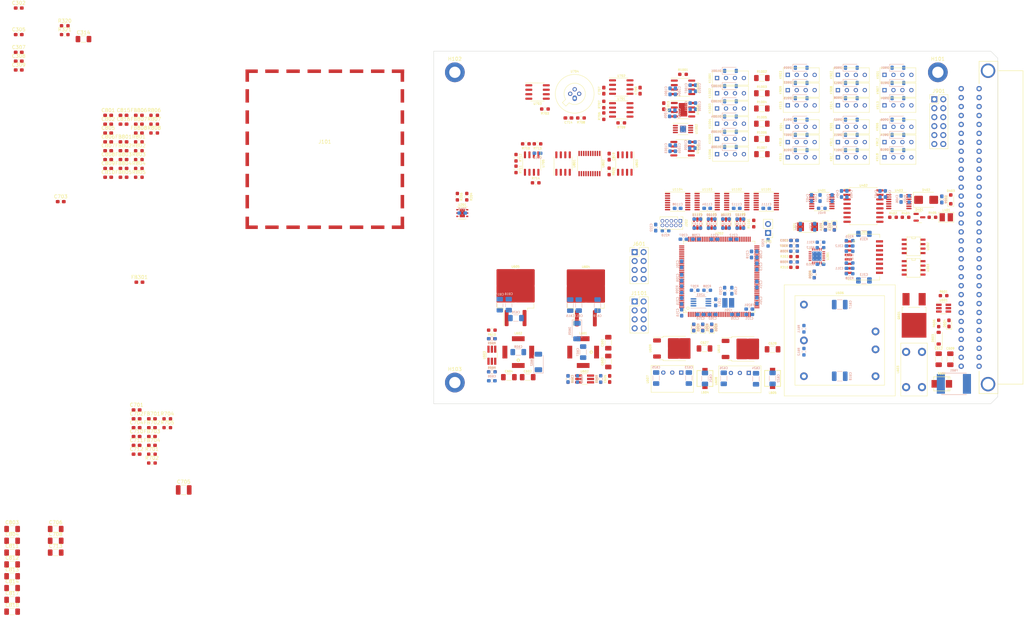
<source format=kicad_pcb>
(kicad_pcb (version 20221018) (generator pcbnew)
  (layers (0 "F.Cu" signal) (1 "In1.Cu" signal) (2 "In2.Cu" signal) (31 "B.Cu" signal) (34 "B.Paste" user) (35 "F.Paste" user) (36 "B.SilkS" user "B.Silkscreen") (37 "F.SilkS" user "F.Silkscreen") (38 "B.Mask" user) (39 "F.Mask" user) (44 "Edge.Cuts" user))
  (net 0 "")
  (net 1 "+3.3V")
  (net 2 "AGNDF")
  (net 3 "Net-(U202-PH0,EVENTOUT,OSC_IN)")
  (net 4 "Net-(U202-PH1,EVENTOUT,OSC_OUT)")
  (net 5 "Net-(U202-VCAP_1)")
  (net 6 "Net-(U202-VCAP_2)")
  (net 7 "/MCU/MCU_VDDA")
  (net 8 "/MCU/NRST")
  (net 9 "Net-(U301-XTAL1{slash}CLKIN)")
  (net 10 "Net-(U301-VDDCR)")
  (net 11 "Net-(U301-XTAL2)")
  (net 12 "VCCQ")
  (net 13 "Earth")
  (net 14 "Net-(C314-Pad1)")
  (net 15 "+5V")
  (net 16 "+5V_TRIG")
  (net 17 "GND_TRIG")
  (net 18 "/Connect/EXT_TRIG")
  (net 19 "Net-(C409-Pad2)")
  (net 20 "+24VF")
  (net 21 "Net-(U602-INTVCC)")
  (net 22 "Net-(U603-INTVCC)")
  (net 23 "Net-(D603-A)")
  (net 24 "Net-(U602-SW)")
  (net 25 "Net-(D602-A)")
  (net 26 "Net-(U603-SW)")
  (net 27 "Net-(D603-K)")
  (net 28 "Net-(U602-FBX)")
  (net 29 "Net-(U605-VI)")
  (net 30 "Net-(U603-FBX)")
  (net 31 "GNDPWR")
  (net 32 "Net-(U606-+VIN)")
  (net 33 "Net-(U606--VIN)")
  (net 34 "+15VF")
  (net 35 "-15VF")
  (net 36 "Net-(U607-VI)")
  (net 37 "Net-(U701C-V+)")
  (net 38 "Net-(U701C-V-)")
  (net 39 "Net-(U705C-V-)")
  (net 40 "Net-(U705C-V+)")
  (net 41 "Net-(U701A-+)")
  (net 42 "Net-(U701A--)")
  (net 43 "/Reference Voltage/REF_+10V")
  (net 44 "/DAC/DAC_-15V")
  (net 45 "/DAC/DAC_+15V")
  (net 46 "Net-(U802-VCC)")
  (net 47 "Net-(U802-IOVCC)")
  (net 48 "Net-(U801C-V+)")
  (net 49 "Net-(U801C-V-)")
  (net 50 "/DAC/OPAMP_-15V")
  (net 51 "/DAC/OPAMP_+15V")
  (net 52 "Net-(U802-INV)")
  (net 53 "/Current Source/VOUT")
  (net 54 "Net-(U1003A--)")
  (net 55 "Net-(U1004-+)")
  (net 56 "Net-(D201-K)")
  (net 57 "Net-(D202-K)")
  (net 58 "Net-(D203-K)")
  (net 59 "Net-(D301-K)")
  (net 60 "Net-(D301-A)")
  (net 61 "Net-(D302-K)")
  (net 62 "Net-(D302-A)")
  (net 63 "Net-(D401-A)")
  (net 64 "Net-(U403B-O)")
  (net 65 "+24V")
  (net 66 "Net-(D604-A)")
  (net 67 "Net-(D605-A)")
  (net 68 "/MCU/MCU_DEFAULT")
  (net 69 "/MCU/TMS_SWDIO")
  (net 70 "/MCU/TCK_SWCLK")
  (net 86 "/Connect/RX+")
  (net 87 "/Connect/RX-")
  (net 105 "/Connect/TX+")
  (net 106 "/Connect/TX-")
  (net 113 "/Relays/A_AOUT")
  (net 115 "/Relays/B_AOUT")
  (net 117 "/Relays/C_AOUT")
  (net 119 "/Relays/D_AOUT")
  (net 121 "/Relays/E_AOUT")
  (net 123 "/Relays/F_AOUT")
  (net 125 "/Ethernet/ETH_TXP")
  (net 126 "/Ethernet/ETH_TXN")
  (net 127 "/Ethernet/ETH_RXP")
  (net 128 "/Ethernet/ETH_RXN")
  (net 129 "Net-(L301-RX-)")
  (net 130 "Net-(L301-CRX)")
  (net 131 "Net-(L301-RX+)")
  (net 132 "Net-(L301-TX-)")
  (net 133 "Net-(L301-CTX)")
  (net 134 "Net-(L301-TX+)")
  (net 135 "Net-(L401-Pad2)")
  (net 136 "Net-(Q601-G)")
  (net 137 "/MCU/LED_BLUE")
  (net 138 "/MCU/LED_RED")
  (net 139 "/MCU/SENS_SCL")
  (net 140 "/MCU/LED_GREEN")
  (net 141 "/MCU/SENS_SDA")
  (net 142 "/MCU/EEPROM_SDA")
  (net 143 "/MCU/EEPROM_SCL")
  (net 144 "Net-(U202-BOOT0)")
  (net 145 "/Ethernet/MODE0")
  (net 146 "/Ethernet/RMII_RXD0")
  (net 147 "/Ethernet/MODE1")
  (net 148 "/Ethernet/RMII_RXD1")
  (net 149 "Net-(U301-RXER{slash}PHYAD0)")
  (net 150 "/Ethernet/MODE2")
  (net 151 "/Ethernet/RMII_CRS_DV")
  (net 152 "/Ethernet/REFCLK0")
  (net 153 "/Ethernet/REF_CLK")
  (net 154 "/GPIO/MODE_I2C_SCL")
  (net 155 "Net-(U301-RBIAS)")
  (net 156 "Net-(U401-OE)")
  (net 157 "/Trigger/EXT_TRIG_SIGN")
  (net 158 "Net-(U403A-D)")
  (net 159 "Net-(U601-ON{slash}~{OFF})")
  (net 160 "Net-(U602-EN{slash}UVLO)")
  (net 161 "Net-(U603-EN{slash}UVLO)")
  (net 162 "Net-(U606-TRIM)")
  (net 163 "Net-(R707-Pad2)")
  (net 164 "Net-(U802-RFB)")
  (net 165 "/GPIO/relay0")
  (net 166 "/GPIO/relay4")
  (net 167 "/GPIO/relay8")
  (net 168 "/GPIO/relay12")
  (net 169 "/GPIO/relay1")
  (net 170 "/GPIO/relay5")
  (net 171 "/GPIO/relay9")
  (net 172 "/GPIO/relay13")
  (net 173 "/GPIO/relay2")
  (net 174 "/GPIO/relay6")
  (net 175 "/GPIO/relay10")
  (net 176 "/GPIO/relay7")
  (net 177 "/GPIO/relay3")
  (net 178 "/GPIO/relay11")
  (net 179 "/GPIO/relay14")
  (net 180 "/GPIO/relay15")
  (net 181 "/GPIO/relay16")
  (net 182 "/GPIO/relay17")
  (net 183 "Net-(U1004--)")
  (net 184 "Net-(K1001-Pad1)")
  (net 185 "Net-(K1001-Pad4)")
  (net 186 "Net-(K1002-Pad4)")
  (net 187 "Net-(K1003-Pad4)")
  (net 188 "Net-(K1004-Pad4)")
  (net 189 "Net-(K1005-Pad4)")
  (net 190 "Net-(K1006-Pad4)")
  (net 191 "Net-(U1108-DIR)")
  (net 195 "/GPIO/MODE_I2C_SDA")
  (net 196 "/Ethernet/RMII_MDIO")
  (net 205 "/Ethernet/RMII_TXD1")
  (net 206 "/Ethernet/RMII_TXD0")
  (net 208 "/Ethernet/RMII_TXEN")
  (net 213 "Net-(D601-K)")
  (net 230 "/MCU/EEPROM_WP")
  (net 247 "/MCU/TRIG_EN")
  (net 248 "/MCU/TRIG_OUT")
  (net 249 "/MCU/TRIG_IN")
  (net 259 "/GPIO/RCLK")
  (net 264 "/Ethernet/RMII_MDC")
  (net 267 "/GPIO/SRCLK")
  (net 268 "/GPIO/QH")
  (net 269 "/GPIO/SER")
  (net 279 "Net-(U607-VO)")
  (net 292 "Net-(U401-B3)")
  (net 293 "Net-(U401-B2)")
  (net 294 "Net-(U401-B1)")
  (net 298 "/Trigger/TRIG_OUT_SIGN")
  (net 299 "/Trigger/TRIG_OUT_EN")
  (net 302 "Net-(U701B--)")
  (net 303 "/DAC/REF_-10V")
  (net 305 "Net-(U702-NR)")
  (net 307 "Net-(U705A-+)")
  (net 310 "Net-(U705A--)")
  (net 311 "Net-(U703-Vout)")
  (net 312 "Net-(U802-VREFNF)")
  (net 313 "Net-(U801A--)")
  (net 314 "Net-(U801B--)")
  (net 315 "Net-(U802-VREFPF)")
  (net 316 "Net-(U802-VOUT)")
  (net 317 "/DAC/SDO")
  (net 318 "/DAC/SDIN")
  (net 319 "/DAC/SCLK")
  (net 320 "/DAC/~{SYNC}")
  (net 324 "/Current Source/AOUT")
  (net 325 "Net-(U1001-Pad1)")
  (net 326 "/Current Source/CS_SEL_VSOUR")
  (net 327 "Net-(U1003A-+)")
  (net 328 "Net-(U1003B--)")
  (net 332 "/Current Source/CS_SEL_R1Meg")
  (net 333 "/Current Source/CS_SEL_R100k")
  (net 334 "/Current Source/CS_SEL_R10k")
  (net 335 "/Current Source/CS_SEL_R100")
  (net 336 "/Current Source/CS_SEL_R1k")
  (net 337 "/Current Source/CS_SEL_R10")
  (net 338 "Net-(U1101-QH')")
  (net 339 "Net-(U1101-SRCLK)")
  (net 340 "Net-(U1101-RCLK)")
  (net 341 "Net-(U1101-SER)")
  (net 349 "Net-(U1102-QH')")
  (net 350 "Net-(U1103-SER)")
  (net 351 "Net-(U1104-SER)")
  (net 352 "/GPIO/SPI5_NSS")
  (net 353 "/GPIO/SPI5_SCK")
  (net 354 "/GPIO/SPI5_MISO")
  (net 355 "/GPIO/SPI5_MOSI")
  (net 356 "Net-(U705B--)")
  (net 362 "Net-(D605-K)")
  (net 363 "Net-(U608-VI)")
  (net 364 "Net-(U608-VO)")
  (footprint "Resistor_SMD:R_0603_1608Metric_Pad0.98x0.95mm_HandSolder" (layer "F.Cu") (at -34.6505 35.299)
    (fp_text reference "R321")
    (fp_text value "75/1%")
  )
  (footprint "Package_SO:SOIC-8_3.9x4.9mm_P1.27mm" (layer "F.Cu") (at 140.589 67.661 180)
    (fp_text reference "U1001")
    (fp_text value "DG419DY")
  )
  (footprint "Resistor_SMD:R_1206_3216Metric_Pad1.30x1.75mm_HandSolder" (layer "F.Cu") (at 163.068 56.261)
    (fp_text reference "R1004")
    (fp_text value "TNPU120610K0AWEN00")
  )
  (footprint "Package_SO:TSSOP-16_4.4x5mm_P0.65mm" (layer "F.Cu") (at 139.192 82.677)
    (fp_text reference "U1104")
    (fp_text value "74HCT595PW")
  )
  (footprint "Capacitor_SMD:C_0603_1608Metric_Pad1.08x0.95mm_HandSolder" (layer "F.Cu") (at -22.3305 63.216)
    (fp_text reference "C805")
    (fp_text value "100n")
  )
  (footprint "Package_SO:SOIC-8_3.9x4.9mm_P1.27mm" (layer "F.Cu") (at 123.201 56.6655)
    (fp_text reference "U701")
    (fp_text value "AD8676BRZ")
  )
  (footprint "Resistor_SMD:R_0603_1608Metric_Pad0.98x0.95mm_HandSolder" (layer "F.Cu") (at 76.714 81.28 -90)
    (fp_text reference "R206")
    (fp_text value "4k7")
  )
  (footprint "Package_TO_SOT_SMD:SOT-23-6_Handsoldering" (layer "F.Cu") (at 214.63 112.903)
    (fp_text reference "U601")
    (fp_text value "MAX5902")
  )
  (footprint "Diode_SMD:D_SOD-323_HandSoldering" (layer "F.Cu") (at 216.662 82.042 90)
    (fp_text reference "D403")
    (fp_text value "SD36C-01FTG")
  )
  (footprint "Package_SO:SOIC-8-1EP_3.9x4.9mm_P1.27mm_EP2.41x3.81mm" (layer "F.Cu") (at 140.716 56.612)
    (fp_text reference "U1003")
    (fp_text value "ADA4898-2")
  )
  (footprint "Capacitor_SMD:C_1206_3216Metric_Pad1.33x1.80mm_HandSolder" (layer "F.Cu") (at 146.812 124.333)
    (fp_text reference "C627")
    (fp_text value "47u/16V")
  )
  (footprint "ETH1CREF1A:9012" (layer "F.Cu") (at 154.178 60.579)
    (fp_text reference "K1004")
    (fp_text value "9012")
  )
  (footprint "Resistor_SMD:R_0603_1608Metric_Pad0.98x0.95mm_HandSolder" (layer "F.Cu") (at 101.549 56.4115 180)
    (fp_text reference "R703")
    (fp_text value "0")
  )
  (footprint "ETH1CREF1A:9012" (layer "F.Cu") (at 174.244 51.054)
    (fp_text reference "K909")
    (fp_text value "9012")
  )
  (footprint "Inductor_SMD:L_0603_1608Metric_Pad1.05x0.95mm_HandSolder" (layer "F.Cu") (at -13.6305 58.196)
    (fp_text reference "FB806")
    (fp_text value "600")
  )
  (footprint "Package_TO_SOT_SMD:TO-252-2" (layer "F.Cu") (at 138.381 124.333)
    (fp_text reference "U609")
    (fp_text value "LM1117DTX-5/NOPB")
  )
  (footprint "Package_SO:SOIC-8_3.9x4.9mm_P1.27mm" (layer "F.Cu") (at 97.79 71.882 -90)
    (fp_text reference "U705")
    (fp_text value "AD8676BRZ")
  )
  (footprint "ETH1CREF1A:TQFP-144_20x20mm_P0.5mm" (layer "F.Cu") (at 151.003 104.013 90)
    (fp_text reference "U202")
    (fp_text value "STM32F429ZIT")
  )
  (footprint "Package_SO:SOIC-8_3.9x4.9mm_P1.27mm" (layer "F.Cu") (at 124.206 71.882 -90)
    (fp_text reference "U803")
    (fp_text value "AD8675ARZ")
  )
  (footprint "Resistor_SMD:R_0603_1608Metric_Pad0.98x0.95mm_HandSolder" (layer "F.Cu") (at 111.771 58.9515 180)
    (fp_text reference "R708")
    (fp_text value "7k5")
  )
  (footprint "ETH1CREF1A:DO_214AA_REV" (layer "F.Cu") (at 214.122 134.366)
    (fp_text reference "D601")
    (fp_text value "SM6T30AY")
  )
  (footprint "Capacitor_SMD:C_1206_3216Metric_Pad1.33x1.80mm_HandSolder" (layer "F.Cu") (at 96.657 132.471)
    (fp_text reference "C602")
    (fp_text value "10u/50V")
  )
  (footprint "Inductor_SMD:L_0603_1608Metric_Pad1.05x0.95mm_HandSolder" (layer "F.Cu") (at -13.6305 63.216)
    (fp_text reference "FB808")
    (fp_text value "600")
  )
  (footprint "Diode_SMD:D_SOD-123" (layer "F.Cu") (at 213.233 121.412 90)
    (fp_text reference "D603")
    (fp_text value "MMSZ5249B")
  )
  (footprint "ETH1CREF1A:NX5032GA" (layer "F.Cu") (at 176.022 89.8155 180)
    (fp_text reference "Y301")
    (fp_text value "NX5032GA-25.000000MHZ-LN-CD-1")
  )
  (footprint "ETH1CREF1A:9012" (layer "F.Cu") (at 154.178 64.897)
    (fp_text reference "K1005")
    (fp_text value "9012")
  )
  (footprint "Package_TO_SOT_SMD:SOT-23-6" (layer "F.Cu") (at 152.908 88.9 -90)
    (fp_text reference "U1107")
    (fp_text value "SN74LVC1T45DRLR")
  )
  (footprint "ETH1CREF1A:SO8E" (layer "F.Cu") (at 206.121 95.377 -90)
    (fp_text reference "U302")
    (fp_text value "LC03-3.3")
  )
  (footprint "Resistor_SMD:R_0603_1608Metric_Pad0.98x0.95mm_HandSolder" (layer "F.Cu") (at -9.2805 63.216)
    (fp_text reference "R808")
    (fp_text value "10")
  )
  (footprint "ETH1CREF1A:9012" (layer "F.Cu") (at 174.244 65.786)
    (fp_text reference "K910")
    (fp_text value "9012")
  )
  (footprint "Capacitor_SMD:C_1206_3216Metric_Pad1.33x1.80mm_HandSolder" (layer "F.Cu") (at -49.581 195.63)
    (fp_text reference "C817")
    (fp_text value "10u/35V")
  )
  (footprint "Resistor_SMD:R_0603_1608Metric_Pad0.98x0.95mm_HandSolder" (layer "F.Cu") (at -5.5705 146.786)
    (fp_text reference "R705")
    (fp_text value "10")
  )
  (footprint "ETH1CREF1A:9012" (layer "F.Cu") (at 174.244 70.104)
    (fp_text reference "K916")
    (fp_text value "9012")
  )
  (footprint "ETH1CREF1A:36107406S" (layer "F.Cu") (at 39.116 67.691)
    (fp_text reference "J101")
    (fp_text value "36107406S")
  )
  (footprint "Capacitor_SMD:C_0603_1608Metric_Pad1.08x0.95mm_HandSolder" (layer "F.Cu") (at -22.3305 68.236)
    (fp_text reference "C807")
    (fp_text value "100n")
  )
  (footprint "Package_TO_SOT_SMD:SOT-23" (layer "F.Cu") (at 207.772 87.122)
    (fp_text reference "D401")
    (fp_text value "BAV99")
  )
  (footprint "Resistor_SMD:R_0603_1608Metric_Pad0.98x0.95mm_HandSolder" (layer "F.Cu") (at 118.248 58.4435 90)
    (fp_text reference "R706")
    (fp_text value "5k/.1%")
  )
  (footprint "Capacitor_SMD:C_1206_3216Metric_Pad1.33x1.80mm_HandSolder" (layer "F.Cu") (at -49.581 198.98)
    (fp_text reference "C818")
    (fp_text value "10u/35V")
  )
  (footprint "Resistor_SMD:R_0603_1608Metric_Pad0.98x0.95mm_HandSolder" (layer "F.Cu") (at 98.933 77.343)
    (fp_text reference "R714")
    (fp_text value "10k/.1%")
  )
  (footprint "Package_TO_SOT_SMD:SOT-23-6" (layer "F.Cu") (at 156.972 88.9055 -90)
    (fp_text reference "U1108")
    (fp_text value "SN74LVC1T45DRLR")
  )
  (footprint "LED_SMD:LED_0603_1608Metric_Pad1.05x0.95mm_HandSolder" (layer "F.Cu") (at 181.102 89.8155 -90)
    (fp_text reference "D302")
    (fp_text value "GREEN")
  )
  (footprint "Capacitor_SMD:C_0603_1608Metric_Pad1.08x0.95mm_HandSolder" (layer "F.Cu") (at -17.9805 60.706)
    (fp_text reference "C816")
    (fp_text value "100n")
  )
  (footprint "Capacitor_SMD:C_1210_3225Metric_Pad1.33x2.70mm_HandSolder" (layer "F.Cu") (at -0.9105 164.456)
    (fp_text reference "C705")
    (fp_text value "10u/35V")
  )
  (footprint "Inductor_SMD:L_0603_1608Metric_Pad1.05x0.95mm_HandSolder" (layer "F.Cu") (at -17.9805 75.766)
    (fp_text reference "FB805")
    (fp_text value "600")
  )
  (footprint "LED_SMD:LED_0603_1608Metric_Pad1.05x0.95mm_HandSolder" (layer "F.Cu") (at 148.844 118.364 90)
    (fp_text reference "D203")
    (fp_text value "GREEN")
  )
  (footprint "Package_TO_SOT_SMD:TSOT-23-6_HandSoldering" (layer "F.Cu") (at 86.497 126.248 -90)
    (fp_text reference "U603")
    (fp_text value "LT8330_S6")
  )
  (footprint "Resistor_SMD:R_0603_1608Metric_Pad0.98x0.95mm_HandSolder" (layer "F.Cu") (at 117.368 132.979 -90)
    (fp_text reference "R602")
    (fp_text value "1M")
  )
  (footprint "ETH1CREF1A:9012" (layer "F.Cu") (at 154.178 51.943)
    (fp_text reference "K1002")
    (fp_text value "9012")
  )
  (footprint "Package_SO:TSSOP-14_4.4x5mm_P0.65mm" (layer "F.Cu") (at 180.086 82.677)
    (fp_text reference "U401")
    (fp_text value "TXB0104PW")
  )
  (footprint "Capacitor_SMD:C_0603_1608Metric_Pad1.08x0.95mm_HandSolder" (layer "F.Cu") (at -22.3305 58.196)
    (fp_text reference "C801")
    (fp_text value "100n")
  )
  (footprint "ETH1CREF1A:THL15" (layer "F.Cu") (at 185.166 122.047 -90)
    (fp_text reference "U606")
    (fp_text value "THL15-2415WI")
  )
  (footprint "Resistor_SMD:R_0603_1608Metric_Pad0.98x0.95mm_HandSolder" (layer "F.Cu") (at -13.6305 65.726)
    (fp_text reference "R801")
    (fp_text value "10")
  )
  (footprint "Capacitor_SMD:C_0603_1608Metric_Pad1.08x0.95mm_HandSolder" (layer "F.Cu") (at 119.772 69.9185 -90)
    (fp_text reference "C819")
    (fp_text value "10p")
  )
  (footprint "Resistor_SMD:R_0603_1608Metric_Pad0.98x0.95mm_HandSolder" (layer "F.Cu") (at 172.212 96.74 180)
    (fp_text reference "R301")
    (fp_text value "33")
  )
  (footprint "Resistor_SMD:R_0603_1608Metric_Pad0.98x0.95mm_HandSolder" (layer "F.Cu") (at 177.927 103.344 -90)
    (fp_text reference "R305")
    (fp_text value "33")
  )
  (footprint "ETH1CREF1A:TCK-141" (layer "F.Cu") (at 166.116 132.82 90)
    (fp_text reference "L605")
    (fp_text value "TCK-141")
  )
  (footprint "Inductor_SMD:L_0603_1608Metric_Pad1.05x0.95mm_HandSolder" (layer "F.Cu") (at -9.9205 149.296)
    (fp_text reference "FB703")
    (fp_text value "600")
  )
  (footprint "LED_SMD:LED_0603_1608Metric_Pad1.05x0.95mm_HandSolder" (layer "F.Cu") (at 146.304 118.364 90)
    (fp_text reference "D201")
    (fp_text value "BLUE")
  )
  (footprint "ETH1CREF1A:9012" (layer "F.Cu") (at 201.676 61.468)
    (fp_text reference "K906")
    (fp_text value "9012")
  )
  (footprint "ETH1CREF1A:LMx99" (layer "F.Cu") (at 109.993 52.0935 90)
    (fp_text reference "U704")
    (fp_text value "LM399H")
  )
  (footprint "Inductor_SMD:L_0603_1608Metric_Pad1.05x0.95mm_HandSolder" (layer "F.Cu") (at -13.471 105.537)
    (fp_text reference "FB301")
    (fp_text value "600")
  )
  (footprint "Resistor_SMD:R_0603_1608Metric_Pad0.98x0.95mm_HandSolder" (layer "F.Cu") (at 93.345 73.533 -90)
    (fp_text reference "R711")
    (fp_text value "10k/.1%")
  )
  (footprint "ETH1CREF1A:TCK-141" (layer "F.Cu") (at 146.939 132.842 90)
    (fp_text reference "L604")
    (fp_text value "TCK-141")
  )
  (footprint "ETH1CREF1A:74489440068" (layer "F.Cu") (at 93.99 125.359 180)
    (fp_text reference "L602")
    (fp_text value "74489440068")
  )
  (footprint "Capacitor_SMD:C_0603_1608Metric_Pad1.08x0.95mm_HandSolder" (layer "F.Cu") (at -17.9805 58.196)
    (fp_text reference "C815")
    (fp_text value "100n")
  )
  (footprint "Package_TO_SOT_SMD:TO-263-2" (layer "F.Cu") (at 113.167 108.117 90)
    (fp_text reference "U604")
    (fp_text value "MC7815CD2TG")
  )
  (footprint "Resistor_SMD:R_1206_3216Metric_Pad1.30x1.75mm_HandSolder" (layer "F.Cu") (at 163.094 69.215)
    (fp_text reference "R1007")
    (fp_text value "RNCF1206AKT10R0")
  )
  (footprint "Connector_PinHeader_1.27mm:PinHeader_2x05_P1.27mm_Vertical" (layer "F.Cu") (at 139.954 88.138 -90)
    (fp_text reference "J202")
    (fp_text value "20021111-00010T4LF")
  )
  (footprint "Resistor_SMD:R_0603_1608Metric_Pad0.98x0.95mm_HandSolder" (layer "F.Cu") (at -13.6305 70.746)
    (fp_text reference "R803")
    (fp_text value "10")
  )
  (footprint "Resistor_SMD:R_0603_1608Metric_Pad0.98x0.95mm_HandSolder" (layer "F.Cu") (at 119.761 74.1095 90)
    (fp_text reference "R809")
    (fp_text value "0")
  )
  (footprint "Resistor_SMD:R_1206_3216Metric_Pad1.30x1.75mm_HandSolder" (layer "F.Cu") (at 163.068 60.579)
    (fp_text reference "R1005")
    (fp_text value "TNPU12061K00AWEN00")
  )
  (footprint "Capacitor_SMD:C_0603_1608Metric_Pad1.08x0.95mm_HandSolder" (layer "F.Cu") (at -14.2705 151.806)
    (fp_text reference "C711")
    (fp_text value "100n")
  )
  (footprint "Capacitor_SMD:C_1206_3216Metric_Pad1.33x1.80mm_HandSolder" (layer "F.Cu") (at -37.221 182.23)
    (fp_text reference "C713")
    (fp_text value "10u/35V")
  )
  (footprint "Package_DFN_QFN:QFN-24-1EP_4x4mm_P0.5mm_EP2.6x2.6mm_ThermalVias" (layer "F.Cu") (at 178.689 98.137 -90)
    (fp_text reference "U301")
    (fp_text value "LAN8742A")
  )
  (footprint "Resistor_SMD:R_0603_1608Metric_Pad0.98x0.95mm_HandSolder" (layer "F.Cu") (at 214.63 109.347)
    (fp_text reference "R601")
    (fp_text value "100k")
  )
  (footprint "ETH1CREF1A:9012" (layer "F.Cu") (at 154.178 69.215)
    (fp_text reference "K1006")
    (fp_text value "9012")
  )
  (footprint "ETH1CREF1A:9012" (layer "F.Cu") (at 174.244 55.372)
    (fp_text reference "K915")
    (fp_text value "9012")
  )
  (footprint "Resistor_SMD:R_1206_3216Metric_Pad1.30x1.75mm_HandSolder" (layer "F.Cu") (at 163.068 51.943)
    (fp_text reference "R1003")
    (fp_text value "TNPU1206100KBZEN00")
  )
  (footprint "Capacitor_SMD:C_0603_1608Metric_Pad1.08x0.95mm_HandSolder" (layer "F.Cu") (at -47.7005 42.829)
    (fp_text reference "C308")
    (fp_text value "100n")
  )
  (footprint "Resistor_SMD:R_0603_1608Metric_Pad0.98x0.95mm_HandSolder" (layer "F.Cu") (at 213.233 117.221 90)
    (fp_text reference "R606")
    (fp_text value "330")
  )
  (footprint "Package_SO:SOIC-16W_7.5x10.3mm_P1.27mm" (layer "F.Cu") (at 191.897 83.947)
    (fp_text reference "U402")
    (fp_text value "ADuM5402")
  )
  (footprint "Capacitor_SMD:C_1206_3216Metric_Pad1.33x1.80mm_HandSolder" (layer "F.Cu") (at -29.337 36.576)
    (fp_text reference "C314")
    (fp_text value "1n/1kV")
  )
  (footprint "ETH1CREF1A:9012" (layer "F.Cu") (at 188.468 70.104)
    (fp_text reference "K917")
    (fp_text value "9012")
  )
  (footprint "Diode_SMD:D_SMB" (layer "F.Cu") (at 209.677 82.169)
    (fp_text reference "D402")
    (fp_text value "SMBJ5.0A")
  )
  (footprint "Package_SO:TSSOP-14_4.4x5mm_P0.65mm" (layer "F.Cu") (at 201.93 82.677)
    (fp_text reference "U403")
    (fp_text value "74AC125")
  )
  (footprint "Capacitor_SMD:C_1206_3216Metric_Pad1.33x1.80mm_HandSolder" (layer "F.Cu") (at -49.581 178.88)
    (fp_text reference "C804")
    (fp_text value "10u/35V")
  )
  (footprint "Inductor_SMD:L_0603_1608Metric_Pad1.05x0.95mm_HandSolder" (layer "F.Cu") (at -17.9805 70.746)
    (fp_text reference "FB803")
    (fp_text value "600")
  )
  (footprint "ETH1CREF1A:Socket_DIN41612-CaseC1-AC-Male-64Pin-2rows" (layer "F.Cu") (at 222.158 90 90)
    (fp_text reference "J501" hide)
    (fp_text value "C64AC")
  )
  (footprint "Capacitor_SMD:C_0603_1608Metric_Pad1.08x0.95mm_HandSolder" (layer "F.Cu") (at -22.3305 65.726)
    (fp_text reference "C806")
    (fp_text value "100n")
  )
  (footprint "Capacitor_SMD:C_0603_1608Metric_Pad1.08x0.95mm_HandSolder" (layer "F.Cu") (at 128.535 51.2045 -90)
    (fp_text reference "C709")
    (fp_text value "2u2")
  )
  (footprint "Resistor_SMD:R_0603_1608Metric_Pad0.98x0.95mm_HandSolder" (layer "F.Cu") (at 172.212 99.788 180)
    (fp_text reference "R304")
    (fp_text value "33")
  )
  (footprint "Inductor_SMD:L_0603_1608Metric_Pad1.05x0.95mm_HandSolder" (layer "F.Cu") (at -9.9205 146.786)
    (fp_text reference "FB702")
    (fp_text value "600")
  )
  (footprint "Resistor_SMD:R_0603_1608Metric_Pad0.98x0.95mm_HandSolder" (layer "F.Cu") (at 93.345 70.231 -90)
    (fp_text reference "R712")
    (fp_text value "1k96/.1%")
  )
  (footprint "Resistor_SMD:R_1206_3216Metric_Pad1.30x1.75mm_HandSolder" (layer "F.Cu") (at 163.068 47.625)
    (fp_text reference "R1002")
    (fp_text value "TNPV12061M00BYEN")
  )
  (footprint "Package_TO_SOT_SMD:SOT-23-6" (layer "F.Cu") (at 148.844 88.9055 -90)
    (fp_text reference "U1106")
    (fp_text value "SN74LVC1T45DRLR")
  )
  (footprint "Capacitor_SMD:C_1206_3216Metric_Pad1.33x1.80mm_HandSolder" (layer "F.Cu") (at 216.535 127.381 -90)
    (fp_text reference "C609")
    (fp_text value "2u2/50V")
  )
  (footprint "MountingHole:MountingHole_3.2mm_M3_DIN965_Pad_TopBottom" (layer "F.Cu") (at 76 134)
    (fp_text reference "H103")
    (fp_text value "MountingHole")
  )
  (footprint "Capacitor_SMD:C_0603_1608Metric_Pad1.08x0.95mm_HandSolder" (layer "F.Cu") (at 119.908 132.979 90)
    (fp_text reference "C605")
    (fp_text value "1u")
  )
  (footprint "Capacitor_SMD:C_1206_3216Metric_Pad1.33x1.80mm_HandSolder" (layer "F.Cu") (at -49.581 182.23)
    (fp_text reference "C811")
    (fp_text value "10u/15V")
  )
  (footprint "ETH1CREF1A:TSR1" (layer "F.Cu") (at 156.845 131.274 180)
    (fp_text reference "U608")
    (fp_text value "TSR1-2450")
  )
  (footprint "Package_SO:TSSOP-16_4.4x5mm_P0.65mm" (layer "F.Cu") (at 155.956 82.677)
    (fp_text reference "U1102")
    (fp_text value "74HCT595PW")
  )
  (footprint "Resistor_SMD:R_0603_1608Metric_Pad0.98x0.95mm_HandSolder" (layer "F.Cu") (at 99.441 66.294)
    (fp_text reference "R713")
    (fp_text value "3k01/.1%")
  )
  (footprint "Capacitor_SMD:C_0603_1608Metric_Pad1.08x0.95mm_HandSolder" (layer "F.Cu") (at -22.3305 60.706)
    (fp_text reference "C802")
    (fp_text value "100n")
  )
  (footprint "Package_SON:Texas_PWSON-N6" (layer "F.Cu") (at 78.108 85.918)
    (fp_text reference "U201")
    (fp_text value "HDC1080")
  )
  (footprint "Inductor_SMD:L_0603_1608Metric_Pad1.05x0.95mm_HandSolder" (layer "F.Cu") (at -17.9805 68.236)
    (fp_text reference "FB802")
    (fp_text value "600")
  )
  (footprint "Resistor_SMD:R_0603_1608Metric_Pad0.98x0.95mm_HandSolder" (layer "F.Cu") (at 96.139 66.294)
    (fp_text reference "R710")
    (fp_text value "6k98/.1%")
  )
  (footprint "Capacitor_SMD:C_0603_1608Metric_Pad1.08x0.95mm_HandSolder" (layer "F.Cu") (at 135.255 55.596 90)
    (fp_text reference "C1013")
    (fp_text value "200p")
  )
  (footprint "Resistor_SMD:R_0603_1608Metric_Pad0.98x0.95mm_HandSolder" (layer "F.Cu") (at -13.6305 68.236)
    (fp_text reference "R802")
    (fp_text value "10")
  )
  (footprint "ETH1CREF1A:749010012A" (layer "F.Cu") (at 192.024 98.425)
    (fp_text reference "L301")
    (fp_text value "749010012A")
  )
  (footprint "Capacitor_SMD:C_1206_3216Metric_Pad1.33x1.80mm_HandSolder" (layer "F.Cu") (at 166.116 124.565)
    (fp_text reference "C628")
    (fp_text value "47u/16V")
  )
  (footprint "Resistor_SMD:R_1206_3216Metric_Pad1.30x1.75mm_HandSolder" (layer "F.Cu") (at 163.068 64.897)
    (fp_text reference "R1006")
    (fp_text value "TNPU1206100RAZEN00")
  )
  (footprint "Package_SO:SOIC-8_3.9x4.9mm_P1.27mm" (layer "F.Cu") (at 106.691 71.882 90)
    (fp_text reference "U801")
    (fp_text value "AD8676BRZ")
  )
  (footprint "Resistor_SMD:R_0603_1608Metric_Pad0.98x0.95mm_HandSolder" (layer "F.Cu") (at 108.097 132.979 -90)
    (fp_text reference "R607")
    (fp_text value "1M")
  )
  (footprint "Capacitor_SMD:C_0603_1608Metric_Pad1.08x0.95mm_HandSolder" (layer "F.Cu") (at -14.2705 146.786)
    (fp_text reference "C704")
    (fp_text value "100n")
  )
  (footprint "ETH1CREF1A:9012" (layer "F.Cu") (at 188.468 51.054)
    (fp_text reference "K908")
    (fp_text value "9012")
  )
  (footprint "Resistor_SMD:R_0603_1608Metric_Pad0.98x0.95mm_HandSolder" (layer "F.Cu") (at -9.9205 154.316)
    (fp_text reference "R701")
    (fp_text value "10")
  )
  (footprint "ETH1CREF1A:SO8E" (layer "F.Cu") (at 206.121 101.473 -90)
    (fp_text reference "U303")
    (fp_text value "LC03-3.3")
  )
  (footprint "Resistor_SMD:R_0603_1608Metric_Pad0.98x0.95mm_HandSolder" (layer "F.Cu") (at 86.497 119.136)
    (fp_text reference "R610")
    (fp_text value "46k4")
  )
  (footprint "LED_SMD:LED_0603_1608Metric_Pad1.05x0.95mm_HandSolder" (layer "F.Cu") (at 216.154 117.221 90)
    (fp_text reference "D604")
    (fp_text value "RED")
  )
  (footprint "Package_SO:MSOP-8-1EP_3x3mm_P0.65mm_EP1.73x1.85mm_ThermalVias" (layer "F.Cu") (at 140.716 62.088)
    (fp_text reference "U1002")
    (fp_text value "LT5400-3")
  )
  (footprint "Capacitor_SMD:C_0603_1608Metric_Pad1.08x0.95mm_HandSolder" (layer "F.Cu") (at 118.248 51.2045 -90)
    (fp_text reference "C707")
    (fp_text value "2u2")
  )
  (footprint "ETH1CREF1A:TSR1" (layer "F.Cu") (at 137.668 131.169 180)
    (fp_text reference "U607")
    (fp_text value "TSR1-2490")
  )
  (footprint "Inductor_SMD:L_0603_1608Metric_Pad1.05x0.95mm_HandSolder" (layer "F.Cu") (at -13.6305 60.706)
    (fp_text reference "FB807")
    (fp_text value "600")
  )
  (footprint "Resistor_SMD:R_0603_1608Metric_Pad0.98x0.95mm_HandSolder" (layer "F.Cu") (at 211.455 87.122)
    (fp_text reference "R405")
    (fp_text value "47")
  )
  (footprint "Package_SO:SOIC-8_3.9x4.9mm_P1.27mm" (layer "F.Cu") (at 99.452 51.5855)
    (fp_text reference "U703")
    (fp_text value "LT1021DCS8-7#PBF")
  )
  (footprint "MountingHole:MountingHole_3.2mm_M3_DIN965_Pad_TopBottom" (layer "F.Cu") (at 213 46)
    (fp_text reference "H101")
    (fp_text value "MountingHole")
  )
  (footprint "Capacitor_SMD:C_1206_3216Metric_Pad1.33x1.80mm_HandSolder" (layer "F.Cu") (at 119.517 128.026 -90)
    (fp_text reference "C603")
    (fp_text value "4u7/50V")
  )
  (footprint "Resistor_SMD:R_0603_1608Metric_Pad0.98x0.95mm_HandSolder" (layer "F.Cu") (at 203.835 87.122)
    (fp_text reference "R403")
    (fp_text value "100")
  )
  (footprint "ETH1CREF1A:9012" (layer "F.Cu") (at 174.244 61.468)
    (fp_text reference "K904")
    (fp_text value "9012")
  )
  (footprint "Package_SO:SOIC-8_3.9x4.9mm_P1.27mm" (layer "F.Cu") (at 123.201 50.1885)
    (fp_text reference "U702")
    (fp_text value "MAX6350ESA+")
  )
  (footprint "Resistor_SMD:R_0603_1608Metric_Pad0.98x0.95mm_HandSolder" (layer "F.Cu") (at 140.716 46.579)
    (fp_text reference "R1001")
    (fp_text value "2k")
  )
  (footprint "Capacitor_SMD:C_0603_1608Metric_Pad1.08x0.95mm_HandSolder" (layer "F.Cu") (at -22.3305 73.256)
    (fp_text reference "C809")
    (fp_text value "100n")
  )
  (footprint "Resistor_SMD:R_0603_1608Metric_Pad0.98x0.95mm_HandSolder" (layer "F.Cu") (at -13.6305 73.256)
    (fp_text reference "R804")
    (fp_text value "10")
  )
  (footprint "MountingHole:MountingHole_3.2mm_M3_DIN965_Pad_TopBottom" (layer "F.Cu") (at 76 46)
    (fp_text reference "H102")
    (fp_text value "MountingHole")
  )
  (footprint "ETH1CREF1A:9012" (layer "F.Cu") (at 188.468 46.736)
    (fp_text reference "K902")
    (fp_text value "9012")
  )
  (footprint "Resistor_SMD:R_0603_1608Metric_Pad0.98x0.95mm_HandSolder" (layer "F.Cu") (at -9.2805 60.706)
    (fp_text reference "R807")
    (fp_text value "10")
  )
  (footprint "Resistor_SMD:R_0603_1608Metric_Pad0.98x0.95mm_HandSolder" (layer "F.Cu") (at 86.497 130.947 180)
    (fp_text reference "R604")
    (fp_text value "1M")
  )
  (footprint "Capacitor_SMD:C_0603_1608Metric_Pad1.08x0.95mm_HandSolder" (layer "F.Cu") (at 108.215 58.9515 180)
    (fp_text reference "C714")
    (fp_text value "100n")
  )
  (footprint "ETH1CREF1A:9012" (layer "F.Cu") (at 154.178 47.625)
    (fp_text reference "K1001")
    (fp_text value "9012")
  )
  (footprint "ETH1CREF1A:9012" (layer "F.Cu") (at 201.676 70.104)
    (fp_text reference "K918")
    (fp_text value "9012")
  )
  (footprint "Capacitor_SMD:C_0603_1608Metric_Pad1.08x0.95mm_HandSolder" (layer "F.Cu") (at -47.7005 35.299)
    (fp_text reference "C305")
    (fp_text value "100n")
  )
  (footprint "Resistor_SMD:R_0603_1608Metric_Pad0.98x0.95mm_HandSolder" (layer "F.Cu") (at 200.279 87.122)
    (fp_text reference "R402")
    (fp_text value "14k7")
  )
  (footprint "Capacitor_SMD:C_0603_1608Metric_Pad1.08x0.95mm_HandSolder" (layer "F.Cu") (at -47.7005 40.319)
    (fp_text reference "C307")
    (fp_text value "1u")
  )
  (footprint "Connector_PinHeader_2.54mm:PinHeader_2x06_P2.54mm_Vertical" (layer "F.Cu") (at 212 53.65)
    (fp_text reference "J901")
    (fp_text value "Conn_02x06_Odd_Even")
  )
  (footprint "Capacitor_SMD:C_0603_1608Metric_Pad1.08x0.95mm_HandSolder" (layer "F.Cu") (at -14.2705 144.276)
    (fp_text reference "C702")
    (fp_text value "100n")
  )
  (footprint "Package_SO:TSSOP-20_4.4x6.5mm_P0.65mm" (layer "F.Cu") (at 114.173 71.882 -90)
    (fp_text reference "U802")
    (fp_text value "AD5791ARUZ")
  )
  (footprint "Package_TO_SOT_SMD:TO-252-2" (layer "F.Cu") (at 157.821 124.466)
    (fp_text reference "U610")
    (fp_text value "LM1117DTX-3.3/NOPB")
  )
  (footprint "Resistor_SMD:R_0603_1608Metric_Pad0.98x0.95mm_HandSolder" (layer "F.Cu") (at 214.122 82.042 -90)
    (fp_text reference "R406")
    (fp_text value "51R1")
  )
  (footprint "Inductor_SMD:L_0603_1608Metric_Pad1.05x0.95mm_HandSolder" (layer "F.Cu") (at -17.9805 65.726)
    (fp_text reference "FB801")
    (fp_text value "600")
  )
  (footprint "Capacitor_SMD:C_1206_3216Metric_Pad1.33x1.80mm_HandSolder" (layer "F.Cu") (at -49.581 188.93)
    (fp_text reference "C813")
    (fp_text value "10u/35V")
  )
  (footprint "Connector_PinHeader_2.54mm:PinHeader_1x02_P2.54mm_Vertical" (layer "F.Cu") (at 164.846 91.572 180)
    (fp_text reference "J201")
    (fp_text value "Conn_02x01")
  )
  (footprint "Resistor_SMD:R_0603_1608Metric_Pad0.98x0.95mm_HandSolder" (layer "F.Cu") (at 123.201 60.3485 180)
    (fp_text reference "R709")
    (fp_text value "0")
  )
  (footprint "ETH1CREF1A:9012" (layer "F.Cu") (at 201.676 65.786)
    (fp_text reference "K912")
    (fp_text value "9012")
  )
  (footprint "ETH1CREF1A:9012" (layer "F.Cu") (at 201.676 51.054)
    (fp_text reference "K907")
    (fp_text value "9012")
  )
  (footprint "Connector_PinHeader_2.54mm:PinHeader_2x04_P2.54mm_Vertical" (layer "F.Cu") (at 127 97)
    (fp_text reference "J601")
    (fp_text value "Conn_02x04_Odd_Even")
  )
  (footprint "Capacitor_SMD:C_1206_3216Metric_Pad1.33x1.80mm_HandSolder" (layer "F.Cu") (at 91.323 132.471 180)
    (fp_text reference "C604")
    (fp_text value "4u7/50V")
  )
  (footprint "Capacitor_SMD:C_1206_3216Metric_Pad1.33x1.80mm_HandSolder" (layer "F.Cu") (at -37.221 175.53)
    (fp_text reference "C706")
    (fp_text value "10u/35V")
  )
  (footprint "Package_TO_SOT_SMD:TO-263-2" (layer "F.Cu") (at 93.228 108.057 90)
    (fp_text reference "U605")
    (fp_text value "MC7915CD2TR4G")
  )
  (footprint "Resistor_SMD:R_0603_1608Metric_Pad0.98x0.95mm_HandSolder" (layer "F.Cu") (at 172.212 98.264 180)
    (fp_text reference "R303")
    (fp_text value "10k")
  )
  (footprint "Resistor_SMD:R_0603_1608Metric_Pad0.98x0.95mm_HandSolder" (layer "F.Cu") (at -34.6505 32.789)
    (fp_text reference "R320")
    (fp_text value "75/1%")
  )
  (footprint "Capacitor_SMD:C_0603_1608Metric_Pad1.08x0.95mm_HandSolder" (layer "F.Cu") (at -47.7005 27.769)
    (fp_text reference "C302")
    (fp_text value "100n")
  )
  (footprint "ETH1CREF1A:TO-252-2_Rectifier" (layer "F.Cu") (at 206.248 114.935 -90)
    (fp_text reference "Q601")
    (fp_text value "IRFR5410")
  )
  (footprint "Capacitor_SMD:C_0603_1608Metric_Pad1.08x0.95mm_HandSolder" (layer "F.Cu") (at -35.7875 82.677)
    (fp_text reference "C703")
    (fp_text value "2u2")
  )
  (footprint "Resistor_SMD:R_0603_1608Metric_Pad0.98x0.95mm_HandSolder" (layer "F.Cu") (at 79.381 81.28 90)
    (fp_text reference "R204")
    (fp_text value "4k7")
  )
  (footprint "ETH1CREF1A:74489440068" (layer "F.Cu") (at 112.395 125.359 -90)
    (fp_text reference "L601")
    (fp_text value "74489440068")
  )
  (footprint "ETH1CREF1A:9012" (layer "F.Cu") (at 174.244 46.736)
    (fp_text reference "K903")
    (fp_text value "9012")
  )
  (footprint "ETH1CREF1A:9012" (layer "F.Cu") (at 188.468 61.468)
    (fp_text reference "K905")
    (fp_text value "9012")
  )
  (footprint "Capacitor_SMD:C_1206_3216Metric_Pad1.33x1.80mm_HandSolder" (layer "F.Cu") (at -49.581 175.53)
    (fp_text reference "C803")
    (fp_text value "10u/35V")
  )
  (footprint "ETH1CREF1A:9012" (layer "F.Cu") (at 188.468 65.786)
    (fp_text reference "K911")
    (fp_text value "9012")
  )
  (footprint "ETH1CREF1A:CW252016" (layer "F.Cu") (at 215.392 87.122 180)
    (fp_text reference "L401")
    (fp_text value "CW252016-R33G")
  )
  (footprint "Resistor_SMD:R_0603_1608Metric_Pad0.98x0.95mm_HandSolder" (layer "F.Cu") (at -9.9205 156.826)
    (fp_text reference "R702")
    (fp_text value "10")
  )
  (footprint "Capacitor_SMD:C_0603_1608Metric_Pad1.08x0.95mm_HandSolder" (layer "F.Cu") (at -14.2705 141.766)
    (fp_text reference "C701")
    (fp_text value "100n")
  )
  (footprint "Capacitor_SMD:C_0603_1608Metric_Pad1.08x0.95mm_HandSolder" (layer "F.Cu") (at -22.3305 70.746)
    (fp_text reference "C808")
    (fp_text value "100n")
  )
  (footprint "Capacitor_SMD:C_0603_1608Metric_Pad1.08x0.95mm_HandSolder" (layer "F.Cu") (at -14.2705 154.316)
    (fp_text reference "C712")
    (fp_text value "10u/35V")
  )
  (footprint "Package_TO_SOT_SMD:TSOT-23-6_HandSoldering" (layer "F.Cu") (at 112.786 132.979)
    (fp_text reference "U602")
    (fp_text value "LT8330_S6")
  )
  (footprint "Connector_PinHeader_2.54mm:PinHeader_2x04_P2.54mm_Vertical" (layer "F.Cu") (at 127 111)
    (fp_text reference "J1101")
    (fp_text value "Conn_02x04_Odd_Even")
  )
  (footprint "Capacitor_SMD:C_1206_3216Metric_Pad1.33x1.80mm_HandSolder" (layer "F.Cu") (at 213.233 127.381 -90)
    (fp_text reference "C612")
    (fp_text value "2u2/50V")
  )
  (footprint "Resistor_SMD:R_0603_1608Metric_Pad0.98x0.95mm_HandSolder" (layer "F.Cu") (at 172.212 95.216 180)
    (fp_text reference "R302")
    (fp_text value "33")
  )
  (footprint "Capacitor_SMD:C_1206_3216Metric_Pad1.33x1.80mm_HandSolder" (layer "F.Cu") (at -49.581 192.28)
    (fp_text reference "C814")
    (fp_text value "10u/35V")
  )
  (footprint "Capacitor_SMD:C_1206_3216Metric_Pad1.33x1.80mm_HandSolder" (layer "F.Cu") (at 119.517 122.692 90)
    (fp_text reference "C601")
    (fp_text value "10u/50V")
  )
  (footprint "Capacitor_SMD:C_1206_3216Metric_Pad1.33x1.80mm_HandSolder" (layer "F.Cu") (at -49.581 185.58)
    (fp_text reference "C812")
    (fp_text value "10u/15V")
  )
  (footprint "ETH1CREF1A:9012" (layer "F.Cu") (at 154.178 56.261)
    (fp_text reference "K1003")
    (fp_text value "9012")
  )
  (footprint "Inductor_SMD:L_0603_1608Metric_Pad1.05x0.95mm_HandSolder" (layer "F.Cu") (at -9.9205 144.276)
    (fp_text reference "FB701")
    (fp_text value "600")
  )
  (footprint "Capacitor_SMD:C_0603_1608Metric_Pad1.08x0.95mm_HandSolder" (layer "F.Cu") (at 86.497 121.549 180)
    (fp_text reference "C611")
    (fp_text value "4p7")
  )
  (footprint "Package_SO:TSSOP-16_4.4x5mm_P0.65mm" (layer "F.Cu") (at 147.574 82.677)
    (fp_text reference "U1103")
    (fp_text value "74HCT595PW")
  )
  (footprint "Capacitor_SMD:C_0603_1608Metric_Pad1.08x0.95mm_HandSolder" (layer "F.Cu") (at -22.3305 75.766)
    (fp_text reference "C810")
    (fp_text value "100n")
  )
  (footprint "LED_SMD:LED_0603_1608Metric_Pad1.05x0.95mm_HandSolder" (layer "F.Cu") (at 143.764 118.364 90)
    (fp_text reference "D202")
    (fp_text value "RED")
  )
  (footprint "Inductor_SMD:L_0603_1608Metric_Pad1.05x0.95mm_HandSolder" (layer "F.Cu") (at -9.9205 151.806)
    (fp_text reference "FB704")
    (fp_text value "600")
  )
  (footprint "Capacitor_SMD:C_0603_1608Metric_Pad1.08x0.95mm_HandSolder" (layer "F.Cu") (at -14.2705 149.296)
    (fp_text reference "C710")
    (fp_text value "100n")
  )
  (footprint "Package_TO_SOT_SMD:SOT-23-6" (layer "F.Cu") (at 144.78 88.9 -90)
    (fp_text reference "U1105")
    (fp_text value "SN74LVC1T45DRLR")
  )
  (footprint "Package_SO:TSSOP-16_4.4x5mm_P0.65mm" (layer "F.Cu") (at 164.338 82.677)
    (fp_text reference "U1101")
    (fp_text value "74HCT595PW")
  )
  (footprint "Resistor_SMD:R_0603_1608Metric_Pad0.98x0.95mm_HandSolder" (layer "F.Cu") (at -13.6305 75.766)
    (fp_text reference "R805")
    (fp_text value "10")
  )
  (footprint "Capacitor_SMD:C_0603_1608Metric_Pad1.08x0.95mm_HandSolder" (layer "F.Cu") (at -47.7005 45.339)
    (fp_text reference "C309")
    (fp_text value "100n")
  )
  (footprint "ETH1CREF1A:9012" (layer "F.Cu") (at 201.676 55.372)
    (fp_text reference "K913")
    (fp_text value "9012")
  )
  (footprint "Resistor_SMD:R_0603_1608Metric_Pad0.98x0.95mm_HandSolder" (layer "F.Cu") (at 160.782 88.9055 90)
    (fp_text reference "R1101")
    (fp_text value "1k")
  )
  (footprint "ETH1CREF1A:7448014501" (layer "F.Cu") (at 206.248 130.302 -90)
    (fp_text reference "L603")
    (fp_text value "7448014501")
  )
  (footprint "Resistor_SMD:R_0603_1608Metric_Pad0.98x0.95mm_HandSolder" (layer "F.Cu") (at -5.5705 144.276)
    (fp_text reference "R704")
    (fp_text value "10")
  )
  (footprint "Resistor_SMD:R_0603_1608Metric_Pad0.98x0.95mm_HandSolder" (layer "F.Cu") (at 118.248 55.1415 90)
    (fp_text reference "R707")
    (fp_text value "2k/.1%")
  )
  (footprint "Capacitor_SMD:C_1206_3216Metric_Pad1.33x1.80mm_HandSolder" (layer "F.Cu") (at -37.221 178.88)
    (fp_text reference "C708")
    (fp_text value "10u/35V")
  )
  (footprint "ETH1CREF1A:9012" (layer "F.Cu") (at 188.468 55.372)
    (fp_text reference "K914")
    (fp_text value "9012")
  )
  (footprint "Resistor_SMD:R_0603_1608Metric_Pad0.98x0.95mm_HandSolder" (layer "F.Cu") (at -9.2805 58.196)
    (fp_text reference "R806")
    (fp_text value "10")
  )
  (footprint "Resistor_SMD:R_0603_1608Metric_Pad0.98x0.95mm_HandSolder" (layer "F.Cu") (at 172.212 101.312)
    (fp_text reference "R310")
    (fp_text value "1k5")
  )
  (footprint "Package_SO:SOIC-8_3.9x4.9mm_P1.27mm" (layer "F.Cu") (at 140.716 50.262)
    (fp_text reference "U1004")
    (fp_text value "AD811JRZ")
  )
  (footprint "ETH1CREF1A:9012" (layer "F.Cu") (at 201.676 46.736)
    (fp_text reference "K901")
    (fp_text value "9012")
  )
  (footprint "LED_SMD:LED_0603_1608Metric_Pad1.05x0.95mm_HandSolder" (layer "F.Cu") (at 183.642 89.8155 -90)
    (fp_text reference "D301")
    (fp_text value "YELLOW")
  )
  (footprint "Capacitor_SMD:C_0603_1608Metric_Pad1.08x0.95mm_HandSolder" (layer "F.Cu") (at 172.212 93.692 180)
    (fp_text reference "C306")
    (fp_text value "1u")
  )
  (footprint "Inductor_SMD:L_0603_1608Metric_Pad1.05x0.95mm_HandSolder" (layer "F.Cu") (at -17.9805 73.256)
    (fp_text reference "FB804")
    (fp_text value "600")
  )
  (footprint "Capacitor_SMD:C_0603_1608Metric_Pad1.08x0.95mm_HandSolder" (layer "B.Cu") (at 179.578 81.661 -90)
    (fp_text reference "C401")
    (fp_text value "100n")
  )
  (footprint "Capacitor_SMD:C_1206_3216Metric_Pad1.33x1.80mm_HandSolder" (layer "B.Cu") (at 152.273 132.798 -90)
    (fp_text reference "C626")
    (fp_text value "10u/16V")
  )
  (footprint "Resistor_SMD:R_0603_1608Metric_Pad0.98x0.95mm_HandSolder" (layer "B.Cu") (at 183.642 89.8155 -90)
    (fp_text reference "R313")
    (fp_text value "270")
  )
  (footprint "Resistor_SMD:R_0603_1608Metric_Pad0.98x0.95mm_HandSolder" (layer "B.Cu") (at 147.574 107.823 180)
    (fp_text reference "R208")
    (fp_text value "4k7")
  )
  (footprint "Capacitor_SMD:C_0603_1608Metric_Pad1.08x0.95mm_HandSolder" (layer "B.Cu") (at 138.557 67.534 90)
    (fp_text reference "C1006")
    (fp_text value "1u")
  )
  (footprint "Diode_SMD:D_SOD-123" (layer "B.Cu") (at 201.676 53.34)
    (fp_text reference "D904")
    (fp_text value "1N4148W")
  )
  (footprint "Capacitor_SMD:C_0603_1608Metric_Pad1.08x0.95mm_HandSolder" (layer "B.Cu") (at 149.606 93.345)
    (fp_text reference "C211")
    (fp_text value "100n")
  )
  (footprint "Capacitor_SMD:C_0603_1608Metric_Pad1.08x0.95mm_HandSolder" (layer "B.Cu") (at 161.671 101.092 -90)
    (fp_text reference "C213")
    (fp_text value "100n")
  )
  (footprint "Capacitor_SMD:C_0603_1608Metric_Pad1.08x0.95mm_HandSolder" (layer "B.Cu") (at 185.674 80.518 -90)
    (fp_text reference "C404")
    (fp_text value "100n")
  )
  (footprint "Capacitor_SMD:C_1206_3216Metric_Pad1.33x1.80mm_HandSolder" (layer "B.Cu") (at 161.417 132.925 -90)
    (fp_text reference "C624")
    (fp_text value "10u/50V")
  )
  (footprint "Capacitor_SMD:C_0603_1608Metric_Pad1.08x0.95mm_HandSolder" (layer "B.Cu") (at 99.441 68.961)
    (fp_text reference "C715")
    (fp_text value "10p")
  )
  (footprint "Capacitor_SMD:C_0603_1608Metric_Pad1.08x0.95mm_HandSolder" (layer "B.Cu") (at 144.78 90.1755 180)
    (fp_text reference "C1107")
    (fp_text value "100n")
  )
  (footprint "Diode_SMD:D_SOD-123" (layer "B.Cu") (at 154.178 62.865)
    (fp_text reference "D1005")
    (fp_text value "1N4148W")
  )
  (footprint "Resistor_SMD:R_0603_1608Metric_Pad0.98x0.95mm_HandSolder" (layer "B.Cu") (at 172.212 95.216)
    (fp_text reference "R307")
    (fp_text value "10k")
  )
  (footprint "Capacitor_SMD:C_0603_1608Metric_Pad1.08x0.95mm_HandSolder" (layer "B.Cu") (at 144.272 55.596 -90)
    (fp_text reference "C1008")
    (fp_text value "100n")
  )
  (footprint "Resistor_SMD:R_0603_1608Metric_Pad0.98x0.95mm_HandSolder" (layer "B.Cu") (at 177.927 103.344 90)
    (fp_text reference "R309")
    (fp_text value "10k")
  )
  (footprint "Capacitor_SMD:C_0603_1608Metric_Pad1.08x0.95mm_HandSolder" (layer "B.Cu") (at 164.338 84.582 180)
    (fp_text reference "C1111")
    (fp_text value "100n")
  )
  (footprint "Capacitor_SMD:C_0603_1608Metric_Pad1.08x0.95mm_HandSolder" (layer "B.Cu") (at 161.671 97.663 -90)
    (fp_text reference "C206")
    (fp_text value "2u2")
  )
  (footprint "Capacitor_SMD:C_0603_1608Metric_Pad1.08x0.95mm_HandSolder" (layer "B.Cu") (at 156.972 90.1755 180)
    (fp_text reference "C1105")
    (fp_text value "100n")
  )
  (footprint "Capacitor_SMD:C_1210_3225Metric_Pad1.33x2.70mm_HandSolder" (layer "B.Cu") (at 185.166 111.887)
    (fp_text reference "C617")
    (fp_text value "330p/2kV")
  )
  (footprint "Capacitor_SMD:C_1206_3216Metric_Pad1.33x1.80mm_HandSolder" (layer "B.Cu") (at 116.469 112.024 90)
    (fp_text reference "C619")
    (fp_text value "4u7/50V")
  )
  (footprint "Diode_SMD:D_SOD-123" (layer "B.Cu") (at 188.468 59.436)
    (fp_text reference "D902")
    (fp_text value "1N4148W")
  )
  (footprint "Capacitor_SMD:C_0603_1608Metric_Pad1.08x0.95mm_HandSolder" (layer "B.Cu") (at 187.96 95.25 180)
    (fp_text reference "C312")
    (fp_text value "100n")
  )
  (footprint "Diode_SMD:D_SOD-123" (layer "B.Cu") (at 201.676 68.072)
    (fp_text reference "D918")
    (fp_text value "1N4148W")
  )
  (footprint "Capacitor_SMD:C_0603_1608Metric_Pad1.08x0.95mm_HandSolder" (layer "B.Cu") (at 139.192 84.582 180)
    (fp_text reference "C1108")
    (fp_text value "100n")
  )
  (footprint "Capacitor_SMD:C_0603_1608Metric_Pad1.08x0.95mm_HandSolder" (layer "B.Cu") (at 145.669 114.681)
    (fp_text reference "C210")
    (fp_text value "1u")
  )
  (footprint "Capacitor_SMD:C_0603_1608Metric_Pad1.08x0.95mm_HandSolder" (layer "B.Cu") (at 86.497 133.487)
    (fp_text reference "C606")
    (fp_text value "1u")
  )
  (footprint "Capacitor_SMD:C_0603_1608Metric_Pad1.08x0.95mm_HandSolder" (layer "B.Cu") (at 187.198 80.518 -90)
    (fp_text reference "C405")
    (fp_text value "1u")
  )
  (footprint "Diode_SMD:D_SOD-123" (layer "B.Cu") (at 174.244 53.34)
    (fp_text reference "D915")
    (fp_text value "1N4148W")
  )
  (footprint "Diode_SMD:D_SOD-123" (layer "B.Cu") (at 154.178 49.911)
    (fp_text reference "D1002")
    (fp_text value "1N4148W")
  )
  (footprint "Capacitor_SMD:C_0603_1608Metric_Pad1.08x0.95mm_HandSolder" (layer "B.Cu") (at 136.906 57.628 90)
    (fp_text reference "C1005")
    (fp_text value "1u")
  )
  (footprint "Capacitor_SMD:C_1206_3216Metric_Pad1.33x1.80mm_HandSolder" (layer "B.Cu") (at 146.939 132.842 90)
    (fp_text reference "C621")
    (fp_text value "10u/50V")
  )
  (footprint "Capacitor_SMD:C_0603_1608Metric_Pad1.08x0.95mm_HandSolder" (layer "B.Cu") (at 155.448 114.681 180)
    (fp_text reference "C220")
    (fp_text value "100n")
  )
  (footprint "Capacitor_SMD:C_0603_1608Metric_Pad1.08x0.95mm_HandSolder" (layer "B.Cu") (at 161.671 110.744 90)
    (fp_text reference "C204")
    (fp_text value "100n")
  )
  (footprint "Capacitor_SMD:C_0603_1608Metric_Pad1.08x0.95mm_HandSolder" (layer "B.Cu") (at 148.844 90.1755 180)
    (fp_text reference "C1103")
    (fp_text value "100n")
  )
  (footprint "Resistor_SMD:R_0603_1608Metric_Pad0.98x0.95mm_HandSolder" (layer "B.Cu") (at 86.497 130.947)
    (fp_text reference "R605")
    (fp_text value "287k")
  )
  (footprint "Capacitor_SMD:C_0603_1608Metric_Pad1.08x0.95mm_HandSolder" (layer "B.Cu") (at 183.007 81.661 -90)
    (fp_text reference "C403")
    (fp_text value "100n")
  )
  (footprint "Resistor_SMD:R_0603_1608Metric_Pad0.98x0.95mm_HandSolder" (layer "B.Cu") (at 144.018 107.823)
    (fp_text reference "R207")
    (fp_text value "4k7")
  )
  (footprint "Capacitor_SMD:C_0603_1608Metric_Pad1.08x0.95mm_HandSolder" (layer "B.Cu") (at 149.098 114.681 180)
    (fp_text reference "C202")
    (fp_text value "100n")
  )
  (footprint "Resistor_SMD:R_0603_1608Metric_Pad0.98x0.95mm_HandSolder" (layer "B.Cu") (at 179.705 95.724)
    (fp_text reference "R312")
    (fp_text value "12k1")
  )
  (footprint "Diode_SMD:D_SOD-128" (layer "B.Cu") (at 110.627 119.39 -90)
    (fp_text reference "D605")
    (fp_text value "PMEG6010EP,115")
  )
  (footprint "Capacitor_SMD:C_0603_1608Metric_Pad1.08x0.95mm_HandSolder" (layer "B.Cu") (at 144.78 87.6355 180)
    (fp_text reference "C1110")
    (fp_text value "100n")
  )
  (footprint "Capacitor_SMD:C_0603_1608Metric_Pad1.08x0.95mm_HandSolder" (layer "B.Cu") (at 152.908 90.1755 180)
    (fp_text reference "C1101")
    (fp_text value "100n")
  )
  (footprint "Diode_SMD:D_SOD-123" (layer "B.Cu") (at 174.244 68.072)
    (fp_text reference "D916")
    (fp_text value "1N4148W")
  )
  (footprint "Resistor_SMD:R_0603_1608Metric_Pad0.98x0.95mm_HandSolder" (layer "B.Cu") (at 164.846 94.361 -90)
    (fp_text reference "R202")
    (fp_text value "10k")
  )
  (footprint "Resistor_SMD:R_0603_1608Metric_Pad0.98x0.95mm_HandSolder" (layer "B.Cu") (at 110.764 132.979 90)
    (fp_text reference "R608")
    (fp_text value "97k6")
  )
  (footprint "Diode_SMD:D_SOD-128" (layer "B.Cu") (at 99.705 128.153 90)
    (fp_text reference "D602")
    (fp_text value "PMEG6010EP,115")
  )
  (footprint "Capacitor_SMD:C_1206_3216Metric_Pad1.33x1.80mm_HandSolder" (layer "B.Cu") (at 112.395 125.359 -90)
    (fp_text reference "C607")
    (fp_text value "1u/HC")
  )
  (footprint "Capacitor_SMD:C_0603_1608Metric_Pad1.08x0.95mm_HandSolder" (layer "B.Cu") (at 144.399 93.345)
    (fp_text reference "C208")
    (fp_text value "2u2")
  )
  (footprint "Capacitor_SMD:C_0603_1608Metric_Pad1.08x0.95mm_HandSolder" (layer "B.Cu") (at 140.843 93.345 180)
    (fp_text reference "C207")
    (fp_text value "100n")
  )
  (footprint "Resistor_SMD:R_0603_1608Metric_Pad0.98x0.95mm_HandSolder" (layer "B.Cu") (at 117.368 132.979 90)
    (fp_text reference "R603")
    (fp_text value "287k")
  )
  (footprint "Capacitor_SMD:C_0603_1608Metric_Pad1.08x0.95mm_HandSolder" (layer "B.Cu") (at 178.054 89.8155 90)
    (fp_text reference "C304")
    (fp_text value "8p")
  )
  (footprint "Capacitor_SMD:C_0603_1608Metric_Pad1.08x0.95mm_HandSolder" (layer "B.Cu") (at 196.596 80.518 -90)
    (fp_text reference "C407")
    (fp_text value "1u")
  )
  (footprint "Resistor_SMD:R_0603_1608Metric_Pad0.98x0.95mm_HandSolder" (layer "B.Cu") (at 187.96 93.726 180)
    (fp_text reference "R315")
    (fp_text value "49R9")
  )
  (footprint "Capacitor_SMD:C_0603_1608Metric_Pad1.08x0.95mm_HandSolder" (layer "B.Cu") (at 142.748 55.596 -90)
    (fp_text reference "C1011")
    (fp_text value "1u")
  )
  (footprint "Capacitor_SMD:C_1206_3216Metric_Pad1.33x1.80mm_HandSolder" (layer "B.Cu") (at 192.024 105.029 180)
    (fp_text reference "C313")
    (fp_text value "1n/1kV")
  )
  (footprint "Diode_SMD:D_SOD-123" (layer "B.Cu") (at 201.676 59.436)
    (fp_text reference "D906")
    (fp_text value "1N4148W")
  )
  (footprint "Capacitor_SMD:C_0603_1608Metric_Pad1.08x0.95mm_HandSolder" (layer "B.Cu") (at 140.335 104.267 90)
    (fp_text reference "C209")
    (fp_text value "100n")
  )
  (footprint "Capacitor_SMD:C_1206_3216Metric_Pad1.33x1.80mm_HandSolder" (layer "B.Cu") (at 91.2845 111.897 -90)
    (fp_text reference "C616")
    (fp_text value "4u7/50V")
  )
  (footprint "ETH1CREF1A:NX3225GD" (layer "B.Cu") (at 153.543 111.379)
    (fp_text reference "Y201")
    (fp_text value "NX5032GA-16.000M")
  )
  (footprint "Capacitor_SMD:C_0603_1608Metric_Pad1.08x0.95mm_HandSolder" (layer "B.Cu") (at 152.527 107.95 90)
    (fp_text reference "C203")
    (fp_text value "8p")
  )
  (footprint "Capacitor_SMD:C_1206_3216Metric_Pad1.33x1.80mm_HandSolder" (layer "B.Cu") (at 108.722 112.024 90)
    (fp_text reference "C615")
    (fp_text value "4u7/50V")
  )
  (footprint "Capacitor_SMD:C_0603_1608Metric_Pad1.08x0.95mm_HandSolder" (layer "B.Cu") (at 160.147 97.663 -90)
    (fp_text reference "C219")
    (fp_text value "100n")
  )
  (footprint "Resistor_SMD:R_0603_1608Metric_Pad0.98x0.95mm_HandSolder" (layer "B.Cu") (at 179.705 94.2 180)
    (fp_text reference "R311")
    (fp_text value "10k")
  )
  (footprint "Capacitor_SMD:C_0603_1608Metric_Pad1.08x0.95mm_HandSolder" (layer "B.Cu") (at 179.705 100.457 180)
    (fp_text reference "C310")
    (fp_text value "100n")
  )
  (footprint "Resistor_SMD:R_0603_1608Metric_Pad0.98x0.95mm_HandSolder" (layer "B.Cu") (at 135.763 90.932 180)
    (fp_text reference "R210")
    (fp_text value "10k")
  )
  (footprint "Capacitor_SMD:C_0603_1608Metric_Pad1.08x0.95mm_HandSolder" (layer "B.Cu") (at 137.033 51.405 90)
    (fp_text reference "C1001")
    (fp_text value "100n")
  )
  (footprint "Resistor_SMD:R_0603_1608Metric_Pad0.98x0.95mm_HandSolder" (layer "B.Cu") (at 146.304 118.364 -90)
    (fp_text reference "R201")
    (fp_text value "680")
  )
  (footprint "Capacitor_SMD:C_1206_3216Metric_Pad1.33x1.80mm_HandSolder" (layer "B.Cu") (at 166.116 132.82 90)
    (fp_text reference "C622")
    (fp_text value "10u/50V")
  )
  (footprint "Diode_SMD:D_SOD-123" (layer "B.Cu") (at 154.178 67.183)
    (fp_text reference "D1006")
    (fp_text value "1N4148W")
  )
  (footprint "Capacitor_SMD:C_0603_1608Metric_Pad1.08x0.95mm_HandSolder" (layer "B.Cu") (at 187.96 101.6 180)
    (fp_text reference "C311")
    (fp_text value "100n")
  )
  (footprint "Capacitor_SMD:C_0603_1608Metric_Pad1.08x0.95mm_HandSolder" (layer "B.Cu") (at 138.43 57.628 90)
    (fp_text reference "C1002")
    (fp_text value "100n")
  )
  (footprint "Capacitor_SMD:C_1206_3216Metric_Pad1.33x1.80mm_HandSolder" (layer "B.Cu") (at 111.135 112.024 90)
    (fp_text reference "C613")
    (fp_text value "4u7/50V")
  )
  (footprint "Resistor_SMD:R_0603_1608Metric_Pad0.98x0.95mm_HandSolder" (layer "B.Cu") (at 187.96 100.076 180)
    (fp_text reference "R317")
    (fp_text value "49R9")
  )
  (footprint "Resistor_SMD:R_0603_1608Metric_Pad0.98x0.95mm_HandSolder" (layer "B.Cu") (at 175.006 118.745 -90)
    (fp_text reference "R611")
    (fp_text value "OPT")
  )
  (footprint "Diode_SMD:D_SOD-123" (layer "B.Cu") (at 174.244 63.754)
    (fp_text reference "D907")
    (fp_text value "1N4148W")
  )
  (footprint "Resistor_SMD:R_0603_1608Metric_Pad0.98x0.95mm_HandSolder" (layer "B.Cu") (at 86.497 121.549 180)
    (fp_text reference "R609")
    (fp_text value "1M")
  )
  (footprint "Capacitor_SMD:C_0603_1608Metric_Pad1.08x0.95mm_HandSolder" (layer "B.Cu") (at 142.748 50.516 -90)
    (fp_text reference "C1007")
    (fp_text value "100n")
  )
  (footprint "Capacitor_SMD:C_0603_1608Metric_Pad1.08x0.95mm_HandSolder" (layer "B.Cu") (at 140.335 114.173 -90)
    (fp_text reference "C216")
    (fp_text value "100n")
  )
  (footprint "Capacitor_SMD:C_0603_1608Metric_Pad1.08x0.95mm_HandSolder" (layer "B.Cu") (at 140.335 110.871 90)
    (fp_text reference "C215")
    (fp_text value "100n")
  )
  (footprint "Capacitor_SMD:C_0603_1608Metric_Pad1.08x0.95mm_HandSolder" (layer "B.Cu") (at 152.908 87.6355 180)
    (fp_text reference "C1106")
    (fp_text value "100n")
  )
  (footprint "Diode_SMD:D_SOD-123" (layer "B.Cu") (at 188.468 68.072)
    (fp_text reference "D917")
    (fp_text value "1N4148W")
  )
  (footprint "Capacitor_SMD:C_0603_1608Metric_Pad1.08x0.95mm_HandSolder" (layer "B.Cu") (at 144.272 50.516 -90)
    (fp_text reference "C1010")
    (fp_text value "1u")
  )
  (footprint "Diode_SMD:D_SOD-123" (layer "B.Cu") (at 201.676 44.704)
    (fp_text reference "D901")
    (fp_text value "1N4148W")
  )
  (footprint "Capacitor_SMD:C_0603_1608Metric_Pad1.08x0.95mm_HandSolder" (layer "B.Cu") (at 155.956 84.582 180)
    (fp_text reference "C1112")
    (fp_text value "100n")
  )
  (footprint "Diode_SMD:D_SOD-123" (layer "B.Cu") (at 174.244 49.022)
    (fp_text reference "D903")
    (fp_text value "1N4148W")
  )
  (footprint "Capacitor_SMD:C_1206_3216Metric_Pad1.33x1.80mm_HandSolder" (layer "B.Cu") (at 142.367 132.715 -90)
    (fp_text reference "C623")
    (fp_text value "10u/50V")
  )
  (footprint "Diode_SMD:D_SOD-123" (layer "B.Cu") (at 174.244 44.704)
    (fp_text reference "D909")
    (fp_text value "1N4148W")
  )
  (footprint "Resistor_SMD:R_0603_1608Metric_Pad0.98x0.95mm_HandSolder" (layer "B.Cu") (at 143.764 118.364 -90)
    (fp_text reference "R203")
    (fp_text value "560")
  )
  (footprint "Resistor_SMD:R_0603_1608Metric_Pad0.98x0.95mm_HandSolder" (layer "B.Cu") (at 175.006 125.2455 -90)
    (fp_text reference "R612")
    (fp_text value "OPT")
  )
  (footprint "Resistor_SMD:R_0603_1608Metric_Pad0.98x0.95mm_HandSolder" (layer "B.Cu") (at 172.212 99.788)
    (fp_text reference "R308")
    (fp_text value "10k")
  )
  (footprint "Capacitor_SMD:C_0603_1608Metric_Pad1.08x0.95mm_HandSolder" (layer "B.Cu") (at 132.969 90.043 90)
    (fp_text reference "C222")
    (fp_text value "100n")
  )
  (footprint "Capacitor_SMD:C_0603_1608Metric_Pad1.08x0.95mm_HandSolder" (layer "B.Cu") (at 147.574 84.582 180)
    (fp_text reference "C1104")
    (fp_text value "100n")
  )
  (footprint "Resistor_SMD:R_0603_1608Metric_Pad0.98x0.95mm_HandSolder" (layer "B.Cu") (at 187.96 103.124 180)
    (fp_text reference "R318")
    (fp_text value "49R9")
  )
  (footprint "Capacitor_SMD:C_0603_1608Metric_Pad1.08x0.95mm_HandSolder" (layer "B.Cu") (at 154.559 107.95 90)
    (fp_text reference "C205")
    (fp_text value "8p")
  )
  (footprint "Capacitor_SMD:C_0603_1608Metric_Pad1.08x0.95mm_HandSolder" (layer "B.Cu") (at 140.335 100.457 90)
    (fp_text reference "C201")
    (fp_text value "100n")
  )
  (footprint "Diode_SMD:D_SOD-123" (layer "B.Cu") (at 188.468 49.022)
    (fp_text reference "D912")
    (fp_text value "1N4148W")
  )
  (footprint "Capacitor_SMD:C_0603_1608Metric_Pad1.08x0.95mm_HandSolder" (layer "B.Cu") (at 108.097 132.979 -90)
    (fp_text reference "C610")
    (fp_text value "4p7")
  )
  (footprint "Capacitor_SMD:C_0603_1608Metric_Pad1.08x0.95mm_HandSolder" (layer "B.Cu") (at 177.165 81.661 -90)
    (fp_text reference "C402")
    (fp_text value "1u")
  )
  (footprint "Capacitor_SMD:C_0603_1608Metric_Pad1.08x0.95mm_HandSolder" (layer "B.Cu") (at 149.987 111.252 90)
    (fp_text reference "C217")
    (fp_text value "100n")
  )
  (footprint "Package_SO:MSOP-8_3x3mm_P0.65mm" (layer "B.Cu") (at 145.796 111.252)
    (fp_text reference "U203")
    (fp_text value "24LC08B-E/MS")
  )
  (footprint "Resistor_SMD:R_0603_1608Metric_Pad0.98x0.95mm_HandSolder" (layer "B.Cu") (at 181.102 89.8155 -90)
    (fp_text reference "R314")
    (fp_text value "270")
  )
  (footprint "Capacitor_SMD:C_0603_1608Metric_Pad1.08x0.95mm_HandSolder" (layer "B.Cu") (at 202.565 81.915 -90)
    (fp_text reference "C406")
    (fp_text value "100n")
  )
  (footprint "Diode_SMD:D_SOD-123" (layer "B.Cu") (at 188.468 63.754)
    (fp_text reference "D911")
    (fp_text value "1N4148W")
  )
  (footprint "Diode_SMD:D_SOD-123" (layer "B.Cu") (at 154.178 58.547)
    (fp_text reference "D1004")
    (fp_text value "1N4148W")
  )
  (footprint "Capacitor_SMD:C_0603_1608Metric_Pad1.08x0.95mm_HandSolder" (layer "B.Cu") (at 159.512 114.681)
    (fp_text reference "C221")
    (fp_text value "1u")
  )
  (footprint "Capacitor_SMD:C_0603_1608Metric_Pad1.08x0.95mm_HandSolder" (layer "B.Cu") (at 173.99 89.8155 90)
    (fp_text reference "C301")
    (fp_text value "8p")
  )
  (footprint "Capacitor_SMD:C_0603_1608Metric_Pad1.08x0.95mm_HandSolder" (layer "B.Cu") (at 172.212 93.692 180)
    (fp_text reference "C303")
    (fp_text value "470p")
  )
  (footprint "Capacitor_SMD:C_0603_1608Metric_Pad1.08x0.95mm_HandSolder" (layer "B.Cu") (at 155.067 93.345)
    (fp_text reference "C212")
    (fp_text value "100n")
  )
  (footprint "Capacitor_SMD:C_0603_1608Metric_Pad1.08x0.95mm_HandSolder" (layer "B.Cu") (at 144.145 66.645 -90)
    (fp_text reference "C1012")
    (fp_text value "1u")
  )
  (footprint "Resistor_SMD:R_0603_1608Metric_Pad0.98x0.95mm_HandSolder" (layer "B.Cu") (at 204.851 81.915 -90)
    (fp_text reference "R404")
    (fp_text value "1k")
  )
  (footprint "Resistor_SMD:R_0603_1608Metric_Pad0.98x0.95mm_HandSolder" (layer "B.Cu") (at 148.844 118.364 -90)
    (fp_text reference "R205")
    (fp_text value "680")
  )
  (footprint "Capacitor_SMD:C_1210_3225Metric_Pad1.33x2.70mm_HandSolder" (layer "B.Cu") (at 185.166 132.207)
    (fp_text reference "C618")
    (fp_text value "330p/2kV")
  )
  (footprint "Capacitor_SMD:C_0603_1608Metric_Pad1.08x0.95mm_HandSolder" (layer "B.Cu") (at 198.12 80.518 -90)
    (fp_text reference "C408")
    (fp_text value "100n")
  )
  (footprint "Diode_SMD:D_SOD-123" (layer "B.Cu") (at 201.676 49.022)
    (fp_text reference "D910")
    (fp_text value "1N4148W")
  )
  (footprint "Capacitor_SMD:C_0603_1608Metric_Pad1.08x0.95mm_HandSolder" (layer "B.Cu") (at 148.844 87.6355 180)
    (fp_text reference "C1109")
    (fp_text value "100n")
  )
  (footprint "Capacitor_SMD:C_0603_1608Metric_Pad1.08x0.95mm_HandSolder" (layer "B.Cu") (at 161.671 106.172 -90)
    (fp_text reference "C214")
    (fp_text value "100n")
  )
  (footprint "Capacitor_SMD:C_0603_1608Metric_Pad1.08x0.95mm_HandSolder" (layer "B.Cu") (at 156.972 87.6355 180)
    (fp_text reference "C1102")
    (fp_text value "100n")
  )
  (footprint "Capacitor_SMD:C_1206_3216Metric_Pad1.33x1.80mm_HandSolder" (layer "B.Cu") (at 133.096 132.715 -90)
    (fp_text reference "C625")
    (fp_text value "10u/16V")
  )
  (footprint "Capacitor_SMD:C_0603_1608Metric_Pad1.08x0.95mm_HandSolder" (layer "B.Cu") (at 214.122 82.042 90)
    (fp_text reference "C409")
    (fp_text value "47p")
  )
  (footprint "Resistor_SMD:R_0603_1608Metric_Pad0.98x0.95mm_HandSolder" (layer "B.Cu") (at 172.212 96.74)
    (fp_text reference "R306")
    (fp_text value "10k")
  )
  (footprint "Inductor_SMD:L_0603_1608Metric_Pad1.05x0.95mm_HandSolder" (layer "B.Cu") (at 159.512 113.157 180)
    (fp_text reference "FB201")
    (fp_text value "600")
  )
  (footprint "Diode_SMD:D_SOD-123" (layer "B.Cu") (at 174.244 59.436)
    (fp_text reference "D913")
    (fp_text value "1N4148W")
  )
  (footprint "Diode_SMD:D_SOD-123" (layer "B.Cu") (at 201.676 63.754)
    (fp_text reference "D914")
    (fp_text value "1N4148W")
  )
  (footprint "Diode_SMD:D_SOD-123" (layer "B.Cu") (at 154.178 54.229)
    (fp_text reference "D1003")
    (fp_text value "1N4148W")
  )
  (footprint "Diode_SMD:D_SOD-123" (layer "B.Cu") (at 188.468 44.704)
    (fp_text reference "D905")
    (fp_text value "1N4148W")
  )
  (footprint "Diode_SMD:D_SOD-123" (layer "B.Cu") (at 188.468 53.34)
    (fp_text reference "D908")
    (fp_text value "1N4148W")
  )
  (footprint "Diode_SMD:D_SOD-123" (layer "B.Cu") (at 154.178 45.593)
    (fp_text reference "D1001")
    (fp_text value "1N4148W")
  )
  (footprint "Capacitor_SMD:C_0603_1608Metric_Pad1.08x0.95mm_HandSolder" (layer "B.Cu") (at 142.621 66.645 -90)
    (fp_text reference "C1009")
    (fp_text value "100n")
  )
  (footprint "Resistor_SMD:R_0603_1608Metric_Pad0.98x0.95mm_HandSolder" (layer "B.Cu") (at 180.086 84.582)
    (fp_text reference "R401")
    (fp_text value "10k")
  )
  (footprint "Resistor_SMD:R_1206_3216Metric_Pad1.30x1.75mm_HandSolder" (layer "B.Cu") (at 192.024 91.821 180)
    (fp_text reference "R319")
    (fp_text value "1M/1kV")
  )
  (footprint "Capacitor_SMD:C_1206_3216Metric_Pad1.33x1.80mm_HandSolder" (layer "B.Cu") (at 93.3165 115.707 180)
    (fp_text reference "C620")
    (fp_text value "4u7/50V")
  )
  (footprint "Resistor_SMD:R_0603_1608Metric_Pad0.98x0.95mm_HandSolder" (layer "B.Cu") (at 187.96 96.774 180)
    (fp_text reference "R316")
    (fp_text value "49R9")
  )
  (footprint "Capacitor_SMD:C_0603_1608Metric_Pad1.08x0.95mm_HandSolder" (layer "B.Cu") (at 138.557 51.405 90)
    (fp_text reference "C1004")
    (fp_text value "1u")
  )
  (footprint "Resistor_SMD:R_0603_1608Metric_Pad0.98x0.95mm_HandSolder" (layer "B.Cu") (at 140.335 107.569 90)
    (fp_text reference "R209")
    (fp_text value "10k")
  )
  (footprint "Capacitor_SMD:C_0603_1608Metric_Pad1.08x0.95mm_HandSolder" (layer "B.Cu") (at 78.108 85.918 180)
    (fp_text reference "C218")
    (fp_text value "100n")
  )
  (footprint "Capacitor_SMD:C_1206_3216Metric_Pad1.33x1.80mm_HandSolder" (layer "B.Cu") (at 93.99 125.359 180)
    (fp_text reference "C608")
    (fp_text value "1u/HC")
  )
  (footprint "Capacitor_SMD:C_0603_1608Metric_Pad1.08x0.95mm_HandSolder" (layer "B.Cu") (at 137.033 67.534 90)
    (fp_text reference "C1003")
    (fp_text value "100n")
  )
  (footprint "ETH1CREF1A:Fuse_SMD2920" (layer "B.Cu") (at 217.551 134.366 180)
    (fp_text reference "F601")
    (fp_text value "MF-LSMF185/33X")
  )
  (footprint "Capacitor_SMD:C_1206_3216Metric_Pad1.33x1.80mm_HandSolder" (layer "B.Cu") (at 88.7445 111.897 -90)
    (fp_text reference "C614")
    (fp_text value "4u7/50V")
  )
  (gr_line (start 228 40) (end 230 42) (stroke (width 0.1)) (layer "Edge.Cuts"))
  (gr_line (start 70 40) (end 228 40) (stroke (width 0.1)) (layer "Edge.Cuts"))
  (gr_line (start 70 140) (end 70 40) (stroke (width 0.1)) (layer "Edge.Cuts"))
  (gr_line (start 228 140) (end 70 140) (stroke (width 0.1)) (layer "Edge.Cuts"))
  (gr_line (start 230 42) (end 230 138) (stroke (width 0.1)) (layer "Edge.Cuts"))
  (gr_line (start 228 140) (end 230 138) (stroke (width 0.1)) (layer "Edge.Cuts"))
)
</source>
